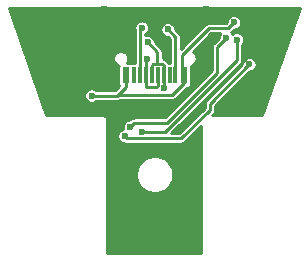
<source format=gbr>
%TF.GenerationSoftware,KiCad,Pcbnew,(5.1.10)-1*%
%TF.CreationDate,2021-08-17T19:49:41-04:00*%
%TF.ProjectId,040 055,30343020-3035-4352-9e6b-696361645f70,rev?*%
%TF.SameCoordinates,Original*%
%TF.FileFunction,Copper,L2,Bot*%
%TF.FilePolarity,Positive*%
%FSLAX46Y46*%
G04 Gerber Fmt 4.6, Leading zero omitted, Abs format (unit mm)*
G04 Created by KiCad (PCBNEW (5.1.10)-1) date 2021-08-17 19:49:41*
%MOMM*%
%LPD*%
G01*
G04 APERTURE LIST*
%TA.AperFunction,SMDPad,CuDef*%
%ADD10R,0.600000X1.450000*%
%TD*%
%TA.AperFunction,SMDPad,CuDef*%
%ADD11R,0.300000X1.450000*%
%TD*%
%TA.AperFunction,ComponentPad*%
%ADD12O,1.000000X2.100000*%
%TD*%
%TA.AperFunction,ComponentPad*%
%ADD13O,1.000000X1.600000*%
%TD*%
%TA.AperFunction,ViaPad*%
%ADD14C,0.600000*%
%TD*%
%TA.AperFunction,Conductor*%
%ADD15C,0.250000*%
%TD*%
%TA.AperFunction,Conductor*%
%ADD16C,0.100000*%
%TD*%
G04 APERTURE END LIST*
D10*
%TO.P,J1,B1*%
%TO.N,GND*%
X141850000Y-71095000D03*
%TO.P,J1,A9*%
%TO.N,/vcc*%
X141050000Y-71095000D03*
%TO.P,J1,B9*%
X136150000Y-71095000D03*
%TO.P,J1,B12*%
%TO.N,GND*%
X135350000Y-71095000D03*
%TO.P,J1,A1*%
X135350000Y-71095000D03*
%TO.P,J1,A4*%
%TO.N,/vcc*%
X136150000Y-71095000D03*
%TO.P,J1,B4*%
X141050000Y-71095000D03*
%TO.P,J1,A12*%
%TO.N,GND*%
X141850000Y-71095000D03*
D11*
%TO.P,J1,B8*%
%TO.N,Net-(J1-PadB8)*%
X136850000Y-71095000D03*
%TO.P,J1,A5*%
%TO.N,Net-(J1-PadA5)*%
X137350000Y-71095000D03*
%TO.P,J1,B7*%
%TO.N,/d-*%
X137850000Y-71095000D03*
%TO.P,J1,A7*%
X138850000Y-71095000D03*
%TO.P,J1,B6*%
%TO.N,/d+*%
X139350000Y-71095000D03*
%TO.P,J1,A8*%
%TO.N,Net-(J1-PadA8)*%
X139850000Y-71095000D03*
%TO.P,J1,B5*%
%TO.N,Net-(J1-PadB5)*%
X140350000Y-71095000D03*
%TO.P,J1,A6*%
%TO.N,/d+*%
X138350000Y-71095000D03*
D12*
%TO.P,J1,S1*%
%TO.N,GND*%
X142920000Y-70180000D03*
X134280000Y-70180000D03*
D13*
X134280000Y-66000000D03*
X142920000Y-66000000D03*
%TD*%
D14*
%TO.N,/vcc*%
X145300000Y-66600000D03*
X133243162Y-72806838D03*
%TO.N,Net-(J1-PadA5)*%
X137500000Y-67050000D03*
%TO.N,/d-*%
X137925000Y-69700000D03*
%TO.N,/d+*%
X139384499Y-72176985D03*
X138000000Y-68287700D03*
%TO.N,Net-(J1-PadB5)*%
X139700000Y-67200000D03*
%TO.N,Net-(D1-Pad1)*%
X144650000Y-67900000D03*
X136512550Y-75437450D03*
%TO.N,Net-(D1-Pad2)*%
X146600001Y-70150000D03*
X136062138Y-76237862D03*
%TO.N,Net-(D1-Pad3)*%
X145550000Y-68050000D03*
X137495399Y-75854601D03*
%TD*%
D15*
%TO.N,/vcc*%
X136150000Y-72070000D02*
X135468015Y-72751985D01*
X136150000Y-71095000D02*
X136150000Y-72070000D01*
X140063017Y-72751985D02*
X135468015Y-72751985D01*
X141050000Y-71765002D02*
X140063017Y-72751985D01*
X141050000Y-71095000D02*
X141050000Y-71765002D01*
X144824990Y-67075010D02*
X145300000Y-66600000D01*
X143176988Y-67075010D02*
X144824990Y-67075010D01*
X140889999Y-69361999D02*
X143176988Y-67075010D01*
X140889999Y-70934999D02*
X140889999Y-69361999D01*
X141050000Y-71095000D02*
X140889999Y-70934999D01*
X135413162Y-72806838D02*
X135468015Y-72751985D01*
X133243162Y-72806838D02*
X135413162Y-72806838D01*
%TO.N,Net-(J1-PadA5)*%
X137350000Y-71095000D02*
X137350000Y-67250000D01*
X137350000Y-67200000D02*
X137500000Y-67050000D01*
X137350000Y-67250000D02*
X137350000Y-67200000D01*
%TO.N,/d-*%
X138850000Y-71965002D02*
X138850000Y-71095000D01*
X138720001Y-72095001D02*
X138850000Y-71965002D01*
X137875001Y-72095001D02*
X138720001Y-72095001D01*
X137850000Y-72070000D02*
X137875001Y-72095001D01*
X137850000Y-71095000D02*
X137850000Y-72070000D01*
X137850000Y-69775000D02*
X137925000Y-69700000D01*
X137850000Y-71095000D02*
X137850000Y-69775000D01*
%TO.N,/d+*%
X139350000Y-70224998D02*
X139350000Y-71095000D01*
X139220001Y-70094999D02*
X139350000Y-70224998D01*
X138350000Y-70224998D02*
X138479999Y-70094999D01*
X138350000Y-71095000D02*
X138350000Y-70224998D01*
X138479999Y-70094999D02*
X138805001Y-70094999D01*
X138805001Y-70094999D02*
X139220001Y-70094999D01*
X139350000Y-71095000D02*
X139350000Y-72250000D01*
X138805001Y-70094999D02*
X138805001Y-69092701D01*
X138805001Y-69092701D02*
X138000000Y-68287700D01*
%TO.N,Net-(J1-PadB5)*%
X140350000Y-67850000D02*
X139700000Y-67200000D01*
X140350000Y-71095000D02*
X140350000Y-67850000D01*
%TO.N,Net-(D1-Pad1)*%
X143900000Y-70846029D02*
X139648649Y-75097380D01*
X143900000Y-68650000D02*
X143900000Y-70846029D01*
X144650000Y-67900000D02*
X143900000Y-68650000D01*
X136852620Y-75097380D02*
X136512550Y-75437450D01*
X139648649Y-75097380D02*
X136852620Y-75097380D01*
%TO.N,Net-(D1-Pad2)*%
X136253878Y-76429602D02*
X136062138Y-76237862D01*
X143275733Y-73999989D02*
X140846120Y-76429602D01*
X140846120Y-76429602D02*
X136253878Y-76429602D01*
X143275733Y-73474268D02*
X143275733Y-73999989D01*
X146600001Y-70150000D02*
X143275733Y-73474268D01*
%TO.N,Net-(D1-Pad3)*%
X145560876Y-69750852D02*
X145560876Y-68060876D01*
X145560876Y-68060876D02*
X145550000Y-68050000D01*
X139457127Y-75854601D02*
X145560876Y-69750852D01*
X137495399Y-75854601D02*
X139457127Y-75854601D01*
%TD*%
%TO.N,GND*%
X147700965Y-74450000D02*
X143462118Y-74450000D01*
X143578305Y-74333813D01*
X143595470Y-74319726D01*
X143609557Y-74302561D01*
X143609561Y-74302557D01*
X143651704Y-74251206D01*
X143693490Y-74173030D01*
X143719222Y-74088204D01*
X143725733Y-74022094D01*
X143725733Y-74022083D01*
X143727909Y-73999989D01*
X143725733Y-73977895D01*
X143725733Y-73660663D01*
X146611397Y-70775000D01*
X146661558Y-70775000D01*
X146782307Y-70750981D01*
X146896049Y-70703868D01*
X146998415Y-70635469D01*
X147085470Y-70548414D01*
X147153869Y-70446048D01*
X147200982Y-70332306D01*
X147225001Y-70211557D01*
X147225001Y-70088443D01*
X147200982Y-69967694D01*
X147153869Y-69853952D01*
X147085470Y-69751586D01*
X146998415Y-69664531D01*
X146896049Y-69596132D01*
X146782307Y-69549019D01*
X146661558Y-69525000D01*
X146538444Y-69525000D01*
X146417695Y-69549019D01*
X146303953Y-69596132D01*
X146201587Y-69664531D01*
X146114532Y-69751586D01*
X146046133Y-69853952D01*
X145999020Y-69967694D01*
X145975001Y-70088443D01*
X145975001Y-70138604D01*
X142973167Y-73140439D01*
X142955996Y-73154531D01*
X142941905Y-73171701D01*
X142899762Y-73223052D01*
X142881703Y-73256838D01*
X142857976Y-73301228D01*
X142832244Y-73386054D01*
X142825733Y-73452164D01*
X142825733Y-73452174D01*
X142823557Y-73474268D01*
X142825733Y-73496363D01*
X142825734Y-73813592D01*
X140659725Y-75979602D01*
X139968521Y-75979602D01*
X145863449Y-70084675D01*
X145880613Y-70070589D01*
X145894700Y-70053424D01*
X145894704Y-70053420D01*
X145936847Y-70002069D01*
X145978633Y-69923893D01*
X145994059Y-69873040D01*
X146004365Y-69839067D01*
X146010876Y-69772957D01*
X146010876Y-69772946D01*
X146013052Y-69750852D01*
X146010876Y-69728758D01*
X146010876Y-68473007D01*
X146035469Y-68448414D01*
X146103868Y-68346048D01*
X146150981Y-68232306D01*
X146175000Y-68111557D01*
X146175000Y-67988443D01*
X146150981Y-67867694D01*
X146103868Y-67753952D01*
X146035469Y-67651586D01*
X145948414Y-67564531D01*
X145846048Y-67496132D01*
X145732306Y-67449019D01*
X145611557Y-67425000D01*
X145488443Y-67425000D01*
X145367694Y-67449019D01*
X145253952Y-67496132D01*
X145169521Y-67552548D01*
X145135469Y-67501586D01*
X145080961Y-67447078D01*
X145144727Y-67394747D01*
X145158818Y-67377577D01*
X145311395Y-67225000D01*
X145361557Y-67225000D01*
X145482306Y-67200981D01*
X145596048Y-67153868D01*
X145698414Y-67085469D01*
X145785469Y-66998414D01*
X145853868Y-66896048D01*
X145900981Y-66782306D01*
X145925000Y-66661557D01*
X145925000Y-66538443D01*
X145900981Y-66417694D01*
X145853868Y-66303952D01*
X145785469Y-66201586D01*
X145698414Y-66114531D01*
X145596048Y-66046132D01*
X145482306Y-65999019D01*
X145361557Y-65975000D01*
X145238443Y-65975000D01*
X145117694Y-65999019D01*
X145003952Y-66046132D01*
X144901586Y-66114531D01*
X144814531Y-66201586D01*
X144746132Y-66303952D01*
X144699019Y-66417694D01*
X144675000Y-66538443D01*
X144675000Y-66588605D01*
X144638595Y-66625010D01*
X143199082Y-66625010D01*
X143176988Y-66622834D01*
X143154893Y-66625010D01*
X143154883Y-66625010D01*
X143088773Y-66631521D01*
X143003947Y-66657253D01*
X142925771Y-66699039D01*
X142874420Y-66741182D01*
X142874416Y-66741186D01*
X142857251Y-66755273D01*
X142843164Y-66772438D01*
X140800000Y-68815603D01*
X140800000Y-67872094D01*
X140802176Y-67850000D01*
X140800000Y-67827906D01*
X140800000Y-67827895D01*
X140793489Y-67761785D01*
X140767757Y-67676959D01*
X140749669Y-67643119D01*
X140725971Y-67598783D01*
X140683828Y-67547432D01*
X140683824Y-67547428D01*
X140669737Y-67530263D01*
X140652572Y-67516176D01*
X140325000Y-67188605D01*
X140325000Y-67138443D01*
X140300981Y-67017694D01*
X140253868Y-66903952D01*
X140185469Y-66801586D01*
X140098414Y-66714531D01*
X139996048Y-66646132D01*
X139882306Y-66599019D01*
X139761557Y-66575000D01*
X139638443Y-66575000D01*
X139517694Y-66599019D01*
X139403952Y-66646132D01*
X139301586Y-66714531D01*
X139214531Y-66801586D01*
X139146132Y-66903952D01*
X139099019Y-67017694D01*
X139075000Y-67138443D01*
X139075000Y-67261557D01*
X139099019Y-67382306D01*
X139146132Y-67496048D01*
X139214531Y-67598414D01*
X139301586Y-67685469D01*
X139403952Y-67753868D01*
X139517694Y-67800981D01*
X139638443Y-67825000D01*
X139688605Y-67825000D01*
X139900001Y-68036397D01*
X139900000Y-70043428D01*
X139763198Y-70043428D01*
X139725971Y-69973782D01*
X139669737Y-69905261D01*
X139652567Y-69891170D01*
X139553830Y-69792433D01*
X139539738Y-69775262D01*
X139471217Y-69719028D01*
X139393042Y-69677242D01*
X139308216Y-69651510D01*
X139255001Y-69646269D01*
X139255001Y-69114792D01*
X139257177Y-69092700D01*
X139255001Y-69070608D01*
X139255001Y-69070596D01*
X139248490Y-69004486D01*
X139222758Y-68919660D01*
X139206199Y-68888681D01*
X139180972Y-68841484D01*
X139138829Y-68790133D01*
X139138825Y-68790129D01*
X139124738Y-68772964D01*
X139107573Y-68758877D01*
X138625000Y-68276305D01*
X138625000Y-68226143D01*
X138600981Y-68105394D01*
X138553868Y-67991652D01*
X138485469Y-67889286D01*
X138398414Y-67802231D01*
X138296048Y-67733832D01*
X138182306Y-67686719D01*
X138061557Y-67662700D01*
X137938443Y-67662700D01*
X137817694Y-67686719D01*
X137800000Y-67694048D01*
X137800000Y-67601227D01*
X137898414Y-67535469D01*
X137985469Y-67448414D01*
X138053868Y-67346048D01*
X138100981Y-67232306D01*
X138125000Y-67111557D01*
X138125000Y-66988443D01*
X138100981Y-66867694D01*
X138053868Y-66753952D01*
X137985469Y-66651586D01*
X137898414Y-66564531D01*
X137796048Y-66496132D01*
X137682306Y-66449019D01*
X137561557Y-66425000D01*
X137438443Y-66425000D01*
X137317694Y-66449019D01*
X137203952Y-66496132D01*
X137101586Y-66564531D01*
X137014531Y-66651586D01*
X136946132Y-66753952D01*
X136899019Y-66867694D01*
X136875000Y-66988443D01*
X136875000Y-67111557D01*
X136899019Y-67232306D01*
X136900000Y-67234674D01*
X136900000Y-67272104D01*
X136900001Y-67272114D01*
X136900000Y-70043428D01*
X136700000Y-70043428D01*
X136636289Y-70049703D01*
X136575026Y-70068287D01*
X136575000Y-70068301D01*
X136574974Y-70068287D01*
X136513711Y-70049703D01*
X136450000Y-70043428D01*
X136228868Y-70043428D01*
X136286022Y-69957890D01*
X136335021Y-69839598D01*
X136360000Y-69714019D01*
X136360000Y-69585981D01*
X136335021Y-69460402D01*
X136286022Y-69342110D01*
X136214888Y-69235649D01*
X136124351Y-69145112D01*
X136017890Y-69073978D01*
X135899598Y-69024979D01*
X135774019Y-69000000D01*
X135645981Y-69000000D01*
X135520402Y-69024979D01*
X135402110Y-69073978D01*
X135295649Y-69145112D01*
X135205112Y-69235649D01*
X135133978Y-69342110D01*
X135084979Y-69460402D01*
X135060000Y-69585981D01*
X135060000Y-69714019D01*
X135084979Y-69839598D01*
X135133978Y-69957890D01*
X135205112Y-70064351D01*
X135295649Y-70154888D01*
X135402110Y-70226022D01*
X135520402Y-70275021D01*
X135538119Y-70278545D01*
X135529703Y-70306289D01*
X135523428Y-70370000D01*
X135523428Y-71820000D01*
X135529703Y-71883711D01*
X135548287Y-71944974D01*
X135578465Y-72001434D01*
X135580135Y-72003469D01*
X135226767Y-72356838D01*
X133677045Y-72356838D01*
X133641576Y-72321369D01*
X133539210Y-72252970D01*
X133425468Y-72205857D01*
X133304719Y-72181838D01*
X133181605Y-72181838D01*
X133060856Y-72205857D01*
X132947114Y-72252970D01*
X132844748Y-72321369D01*
X132757693Y-72408424D01*
X132689294Y-72510790D01*
X132642181Y-72624532D01*
X132618162Y-72745281D01*
X132618162Y-72868395D01*
X132642181Y-72989144D01*
X132689294Y-73102886D01*
X132757693Y-73205252D01*
X132844748Y-73292307D01*
X132947114Y-73360706D01*
X133060856Y-73407819D01*
X133181605Y-73431838D01*
X133304719Y-73431838D01*
X133425468Y-73407819D01*
X133539210Y-73360706D01*
X133641576Y-73292307D01*
X133677045Y-73256838D01*
X135391068Y-73256838D01*
X135413162Y-73259014D01*
X135435256Y-73256838D01*
X135435267Y-73256838D01*
X135501377Y-73250327D01*
X135586203Y-73224595D01*
X135628503Y-73201985D01*
X140040923Y-73201985D01*
X140063017Y-73204161D01*
X140085111Y-73201985D01*
X140085122Y-73201985D01*
X140151232Y-73195474D01*
X140236058Y-73169742D01*
X140314233Y-73127956D01*
X140382754Y-73071722D01*
X140396846Y-73054551D01*
X141304826Y-72146572D01*
X141350000Y-72146572D01*
X141413711Y-72140297D01*
X141474974Y-72121713D01*
X141531434Y-72091535D01*
X141580921Y-72050921D01*
X141621535Y-72001434D01*
X141651713Y-71944974D01*
X141670297Y-71883711D01*
X141676572Y-71820000D01*
X141676572Y-70370000D01*
X141670297Y-70306289D01*
X141661881Y-70278545D01*
X141679598Y-70275021D01*
X141797890Y-70226022D01*
X141904351Y-70154888D01*
X141994888Y-70064351D01*
X142066022Y-69957890D01*
X142115021Y-69839598D01*
X142140000Y-69714019D01*
X142140000Y-69585981D01*
X142115021Y-69460402D01*
X142066022Y-69342110D01*
X141994888Y-69235649D01*
X141904351Y-69145112D01*
X141807796Y-69080597D01*
X143363384Y-67525010D01*
X144148880Y-67525010D01*
X144096132Y-67603952D01*
X144049019Y-67717694D01*
X144025000Y-67838443D01*
X144025000Y-67888604D01*
X143597433Y-68316172D01*
X143580263Y-68330263D01*
X143566172Y-68347433D01*
X143524029Y-68398784D01*
X143503684Y-68436847D01*
X143482243Y-68476960D01*
X143456511Y-68561786D01*
X143450000Y-68627896D01*
X143450000Y-68627906D01*
X143447824Y-68650000D01*
X143450000Y-68672095D01*
X143450001Y-70659632D01*
X139462254Y-74647380D01*
X136874714Y-74647380D01*
X136852620Y-74645204D01*
X136830526Y-74647380D01*
X136830515Y-74647380D01*
X136764405Y-74653891D01*
X136679579Y-74679623D01*
X136601403Y-74721409D01*
X136550052Y-74763552D01*
X136550048Y-74763556D01*
X136532883Y-74777643D01*
X136518796Y-74794809D01*
X136501154Y-74812450D01*
X136450993Y-74812450D01*
X136330244Y-74836469D01*
X136216502Y-74883582D01*
X136114136Y-74951981D01*
X136027081Y-75039036D01*
X135958682Y-75141402D01*
X135911569Y-75255144D01*
X135887550Y-75375893D01*
X135887550Y-75499007D01*
X135911569Y-75619756D01*
X135915707Y-75629745D01*
X135879832Y-75636881D01*
X135766090Y-75683994D01*
X135663724Y-75752393D01*
X135576669Y-75839448D01*
X135508270Y-75941814D01*
X135461157Y-76055556D01*
X135437138Y-76176305D01*
X135437138Y-76299419D01*
X135461157Y-76420168D01*
X135508270Y-76533910D01*
X135576669Y-76636276D01*
X135663724Y-76723331D01*
X135766090Y-76791730D01*
X135879832Y-76838843D01*
X136000581Y-76862862D01*
X136123695Y-76862862D01*
X136128676Y-76861871D01*
X136165663Y-76873091D01*
X136231773Y-76879602D01*
X136231785Y-76879602D01*
X136253877Y-76881778D01*
X136275969Y-76879602D01*
X140824026Y-76879602D01*
X140846120Y-76881778D01*
X140868214Y-76879602D01*
X140868225Y-76879602D01*
X140934335Y-76873091D01*
X141019161Y-76847359D01*
X141097336Y-76805573D01*
X141165857Y-76749339D01*
X141179949Y-76732168D01*
X142550001Y-75362117D01*
X142550000Y-86150000D01*
X134550000Y-86150000D01*
X134550000Y-79346113D01*
X137037560Y-79346113D01*
X137037560Y-79653887D01*
X137097604Y-79955747D01*
X137215384Y-80240093D01*
X137386374Y-80495997D01*
X137604003Y-80713626D01*
X137859907Y-80884616D01*
X138144253Y-81002396D01*
X138446113Y-81062440D01*
X138753887Y-81062440D01*
X139055747Y-81002396D01*
X139340093Y-80884616D01*
X139595997Y-80713626D01*
X139813626Y-80495997D01*
X139984616Y-80240093D01*
X140102396Y-79955747D01*
X140162440Y-79653887D01*
X140162440Y-79346113D01*
X140102396Y-79044253D01*
X139984616Y-78759907D01*
X139813626Y-78504003D01*
X139595997Y-78286374D01*
X139340093Y-78115384D01*
X139055747Y-77997604D01*
X138753887Y-77937560D01*
X138446113Y-77937560D01*
X138144253Y-77997604D01*
X137859907Y-78115384D01*
X137604003Y-78286374D01*
X137386374Y-78504003D01*
X137215384Y-78759907D01*
X137097604Y-79044253D01*
X137037560Y-79346113D01*
X134550000Y-79346113D01*
X134550000Y-74817190D01*
X134551693Y-74800001D01*
X134544935Y-74731389D01*
X134524922Y-74665414D01*
X134492422Y-74604611D01*
X134448685Y-74551316D01*
X134395390Y-74507579D01*
X134334587Y-74475079D01*
X134268612Y-74455066D01*
X134217189Y-74450001D01*
X134217188Y-74450001D01*
X134200000Y-74448308D01*
X134182811Y-74450001D01*
X129399036Y-74450001D01*
X126241893Y-65350000D01*
X150858106Y-65349998D01*
X147700965Y-74450000D01*
%TA.AperFunction,Conductor*%
D16*
G36*
X147700965Y-74450000D02*
G01*
X143462118Y-74450000D01*
X143578305Y-74333813D01*
X143595470Y-74319726D01*
X143609557Y-74302561D01*
X143609561Y-74302557D01*
X143651704Y-74251206D01*
X143693490Y-74173030D01*
X143719222Y-74088204D01*
X143725733Y-74022094D01*
X143725733Y-74022083D01*
X143727909Y-73999989D01*
X143725733Y-73977895D01*
X143725733Y-73660663D01*
X146611397Y-70775000D01*
X146661558Y-70775000D01*
X146782307Y-70750981D01*
X146896049Y-70703868D01*
X146998415Y-70635469D01*
X147085470Y-70548414D01*
X147153869Y-70446048D01*
X147200982Y-70332306D01*
X147225001Y-70211557D01*
X147225001Y-70088443D01*
X147200982Y-69967694D01*
X147153869Y-69853952D01*
X147085470Y-69751586D01*
X146998415Y-69664531D01*
X146896049Y-69596132D01*
X146782307Y-69549019D01*
X146661558Y-69525000D01*
X146538444Y-69525000D01*
X146417695Y-69549019D01*
X146303953Y-69596132D01*
X146201587Y-69664531D01*
X146114532Y-69751586D01*
X146046133Y-69853952D01*
X145999020Y-69967694D01*
X145975001Y-70088443D01*
X145975001Y-70138604D01*
X142973167Y-73140439D01*
X142955996Y-73154531D01*
X142941905Y-73171701D01*
X142899762Y-73223052D01*
X142881703Y-73256838D01*
X142857976Y-73301228D01*
X142832244Y-73386054D01*
X142825733Y-73452164D01*
X142825733Y-73452174D01*
X142823557Y-73474268D01*
X142825733Y-73496363D01*
X142825734Y-73813592D01*
X140659725Y-75979602D01*
X139968521Y-75979602D01*
X145863449Y-70084675D01*
X145880613Y-70070589D01*
X145894700Y-70053424D01*
X145894704Y-70053420D01*
X145936847Y-70002069D01*
X145978633Y-69923893D01*
X145994059Y-69873040D01*
X146004365Y-69839067D01*
X146010876Y-69772957D01*
X146010876Y-69772946D01*
X146013052Y-69750852D01*
X146010876Y-69728758D01*
X146010876Y-68473007D01*
X146035469Y-68448414D01*
X146103868Y-68346048D01*
X146150981Y-68232306D01*
X146175000Y-68111557D01*
X146175000Y-67988443D01*
X146150981Y-67867694D01*
X146103868Y-67753952D01*
X146035469Y-67651586D01*
X145948414Y-67564531D01*
X145846048Y-67496132D01*
X145732306Y-67449019D01*
X145611557Y-67425000D01*
X145488443Y-67425000D01*
X145367694Y-67449019D01*
X145253952Y-67496132D01*
X145169521Y-67552548D01*
X145135469Y-67501586D01*
X145080961Y-67447078D01*
X145144727Y-67394747D01*
X145158818Y-67377577D01*
X145311395Y-67225000D01*
X145361557Y-67225000D01*
X145482306Y-67200981D01*
X145596048Y-67153868D01*
X145698414Y-67085469D01*
X145785469Y-66998414D01*
X145853868Y-66896048D01*
X145900981Y-66782306D01*
X145925000Y-66661557D01*
X145925000Y-66538443D01*
X145900981Y-66417694D01*
X145853868Y-66303952D01*
X145785469Y-66201586D01*
X145698414Y-66114531D01*
X145596048Y-66046132D01*
X145482306Y-65999019D01*
X145361557Y-65975000D01*
X145238443Y-65975000D01*
X145117694Y-65999019D01*
X145003952Y-66046132D01*
X144901586Y-66114531D01*
X144814531Y-66201586D01*
X144746132Y-66303952D01*
X144699019Y-66417694D01*
X144675000Y-66538443D01*
X144675000Y-66588605D01*
X144638595Y-66625010D01*
X143199082Y-66625010D01*
X143176988Y-66622834D01*
X143154893Y-66625010D01*
X143154883Y-66625010D01*
X143088773Y-66631521D01*
X143003947Y-66657253D01*
X142925771Y-66699039D01*
X142874420Y-66741182D01*
X142874416Y-66741186D01*
X142857251Y-66755273D01*
X142843164Y-66772438D01*
X140800000Y-68815603D01*
X140800000Y-67872094D01*
X140802176Y-67850000D01*
X140800000Y-67827906D01*
X140800000Y-67827895D01*
X140793489Y-67761785D01*
X140767757Y-67676959D01*
X140749669Y-67643119D01*
X140725971Y-67598783D01*
X140683828Y-67547432D01*
X140683824Y-67547428D01*
X140669737Y-67530263D01*
X140652572Y-67516176D01*
X140325000Y-67188605D01*
X140325000Y-67138443D01*
X140300981Y-67017694D01*
X140253868Y-66903952D01*
X140185469Y-66801586D01*
X140098414Y-66714531D01*
X139996048Y-66646132D01*
X139882306Y-66599019D01*
X139761557Y-66575000D01*
X139638443Y-66575000D01*
X139517694Y-66599019D01*
X139403952Y-66646132D01*
X139301586Y-66714531D01*
X139214531Y-66801586D01*
X139146132Y-66903952D01*
X139099019Y-67017694D01*
X139075000Y-67138443D01*
X139075000Y-67261557D01*
X139099019Y-67382306D01*
X139146132Y-67496048D01*
X139214531Y-67598414D01*
X139301586Y-67685469D01*
X139403952Y-67753868D01*
X139517694Y-67800981D01*
X139638443Y-67825000D01*
X139688605Y-67825000D01*
X139900001Y-68036397D01*
X139900000Y-70043428D01*
X139763198Y-70043428D01*
X139725971Y-69973782D01*
X139669737Y-69905261D01*
X139652567Y-69891170D01*
X139553830Y-69792433D01*
X139539738Y-69775262D01*
X139471217Y-69719028D01*
X139393042Y-69677242D01*
X139308216Y-69651510D01*
X139255001Y-69646269D01*
X139255001Y-69114792D01*
X139257177Y-69092700D01*
X139255001Y-69070608D01*
X139255001Y-69070596D01*
X139248490Y-69004486D01*
X139222758Y-68919660D01*
X139206199Y-68888681D01*
X139180972Y-68841484D01*
X139138829Y-68790133D01*
X139138825Y-68790129D01*
X139124738Y-68772964D01*
X139107573Y-68758877D01*
X138625000Y-68276305D01*
X138625000Y-68226143D01*
X138600981Y-68105394D01*
X138553868Y-67991652D01*
X138485469Y-67889286D01*
X138398414Y-67802231D01*
X138296048Y-67733832D01*
X138182306Y-67686719D01*
X138061557Y-67662700D01*
X137938443Y-67662700D01*
X137817694Y-67686719D01*
X137800000Y-67694048D01*
X137800000Y-67601227D01*
X137898414Y-67535469D01*
X137985469Y-67448414D01*
X138053868Y-67346048D01*
X138100981Y-67232306D01*
X138125000Y-67111557D01*
X138125000Y-66988443D01*
X138100981Y-66867694D01*
X138053868Y-66753952D01*
X137985469Y-66651586D01*
X137898414Y-66564531D01*
X137796048Y-66496132D01*
X137682306Y-66449019D01*
X137561557Y-66425000D01*
X137438443Y-66425000D01*
X137317694Y-66449019D01*
X137203952Y-66496132D01*
X137101586Y-66564531D01*
X137014531Y-66651586D01*
X136946132Y-66753952D01*
X136899019Y-66867694D01*
X136875000Y-66988443D01*
X136875000Y-67111557D01*
X136899019Y-67232306D01*
X136900000Y-67234674D01*
X136900000Y-67272104D01*
X136900001Y-67272114D01*
X136900000Y-70043428D01*
X136700000Y-70043428D01*
X136636289Y-70049703D01*
X136575026Y-70068287D01*
X136575000Y-70068301D01*
X136574974Y-70068287D01*
X136513711Y-70049703D01*
X136450000Y-70043428D01*
X136228868Y-70043428D01*
X136286022Y-69957890D01*
X136335021Y-69839598D01*
X136360000Y-69714019D01*
X136360000Y-69585981D01*
X136335021Y-69460402D01*
X136286022Y-69342110D01*
X136214888Y-69235649D01*
X136124351Y-69145112D01*
X136017890Y-69073978D01*
X135899598Y-69024979D01*
X135774019Y-69000000D01*
X135645981Y-69000000D01*
X135520402Y-69024979D01*
X135402110Y-69073978D01*
X135295649Y-69145112D01*
X135205112Y-69235649D01*
X135133978Y-69342110D01*
X135084979Y-69460402D01*
X135060000Y-69585981D01*
X135060000Y-69714019D01*
X135084979Y-69839598D01*
X135133978Y-69957890D01*
X135205112Y-70064351D01*
X135295649Y-70154888D01*
X135402110Y-70226022D01*
X135520402Y-70275021D01*
X135538119Y-70278545D01*
X135529703Y-70306289D01*
X135523428Y-70370000D01*
X135523428Y-71820000D01*
X135529703Y-71883711D01*
X135548287Y-71944974D01*
X135578465Y-72001434D01*
X135580135Y-72003469D01*
X135226767Y-72356838D01*
X133677045Y-72356838D01*
X133641576Y-72321369D01*
X133539210Y-72252970D01*
X133425468Y-72205857D01*
X133304719Y-72181838D01*
X133181605Y-72181838D01*
X133060856Y-72205857D01*
X132947114Y-72252970D01*
X132844748Y-72321369D01*
X132757693Y-72408424D01*
X132689294Y-72510790D01*
X132642181Y-72624532D01*
X132618162Y-72745281D01*
X132618162Y-72868395D01*
X132642181Y-72989144D01*
X132689294Y-73102886D01*
X132757693Y-73205252D01*
X132844748Y-73292307D01*
X132947114Y-73360706D01*
X133060856Y-73407819D01*
X133181605Y-73431838D01*
X133304719Y-73431838D01*
X133425468Y-73407819D01*
X133539210Y-73360706D01*
X133641576Y-73292307D01*
X133677045Y-73256838D01*
X135391068Y-73256838D01*
X135413162Y-73259014D01*
X135435256Y-73256838D01*
X135435267Y-73256838D01*
X135501377Y-73250327D01*
X135586203Y-73224595D01*
X135628503Y-73201985D01*
X140040923Y-73201985D01*
X140063017Y-73204161D01*
X140085111Y-73201985D01*
X140085122Y-73201985D01*
X140151232Y-73195474D01*
X140236058Y-73169742D01*
X140314233Y-73127956D01*
X140382754Y-73071722D01*
X140396846Y-73054551D01*
X141304826Y-72146572D01*
X141350000Y-72146572D01*
X141413711Y-72140297D01*
X141474974Y-72121713D01*
X141531434Y-72091535D01*
X141580921Y-72050921D01*
X141621535Y-72001434D01*
X141651713Y-71944974D01*
X141670297Y-71883711D01*
X141676572Y-71820000D01*
X141676572Y-70370000D01*
X141670297Y-70306289D01*
X141661881Y-70278545D01*
X141679598Y-70275021D01*
X141797890Y-70226022D01*
X141904351Y-70154888D01*
X141994888Y-70064351D01*
X142066022Y-69957890D01*
X142115021Y-69839598D01*
X142140000Y-69714019D01*
X142140000Y-69585981D01*
X142115021Y-69460402D01*
X142066022Y-69342110D01*
X141994888Y-69235649D01*
X141904351Y-69145112D01*
X141807796Y-69080597D01*
X143363384Y-67525010D01*
X144148880Y-67525010D01*
X144096132Y-67603952D01*
X144049019Y-67717694D01*
X144025000Y-67838443D01*
X144025000Y-67888604D01*
X143597433Y-68316172D01*
X143580263Y-68330263D01*
X143566172Y-68347433D01*
X143524029Y-68398784D01*
X143503684Y-68436847D01*
X143482243Y-68476960D01*
X143456511Y-68561786D01*
X143450000Y-68627896D01*
X143450000Y-68627906D01*
X143447824Y-68650000D01*
X143450000Y-68672095D01*
X143450001Y-70659632D01*
X139462254Y-74647380D01*
X136874714Y-74647380D01*
X136852620Y-74645204D01*
X136830526Y-74647380D01*
X136830515Y-74647380D01*
X136764405Y-74653891D01*
X136679579Y-74679623D01*
X136601403Y-74721409D01*
X136550052Y-74763552D01*
X136550048Y-74763556D01*
X136532883Y-74777643D01*
X136518796Y-74794809D01*
X136501154Y-74812450D01*
X136450993Y-74812450D01*
X136330244Y-74836469D01*
X136216502Y-74883582D01*
X136114136Y-74951981D01*
X136027081Y-75039036D01*
X135958682Y-75141402D01*
X135911569Y-75255144D01*
X135887550Y-75375893D01*
X135887550Y-75499007D01*
X135911569Y-75619756D01*
X135915707Y-75629745D01*
X135879832Y-75636881D01*
X135766090Y-75683994D01*
X135663724Y-75752393D01*
X135576669Y-75839448D01*
X135508270Y-75941814D01*
X135461157Y-76055556D01*
X135437138Y-76176305D01*
X135437138Y-76299419D01*
X135461157Y-76420168D01*
X135508270Y-76533910D01*
X135576669Y-76636276D01*
X135663724Y-76723331D01*
X135766090Y-76791730D01*
X135879832Y-76838843D01*
X136000581Y-76862862D01*
X136123695Y-76862862D01*
X136128676Y-76861871D01*
X136165663Y-76873091D01*
X136231773Y-76879602D01*
X136231785Y-76879602D01*
X136253877Y-76881778D01*
X136275969Y-76879602D01*
X140824026Y-76879602D01*
X140846120Y-76881778D01*
X140868214Y-76879602D01*
X140868225Y-76879602D01*
X140934335Y-76873091D01*
X141019161Y-76847359D01*
X141097336Y-76805573D01*
X141165857Y-76749339D01*
X141179949Y-76732168D01*
X142550001Y-75362117D01*
X142550000Y-86150000D01*
X134550000Y-86150000D01*
X134550000Y-79346113D01*
X137037560Y-79346113D01*
X137037560Y-79653887D01*
X137097604Y-79955747D01*
X137215384Y-80240093D01*
X137386374Y-80495997D01*
X137604003Y-80713626D01*
X137859907Y-80884616D01*
X138144253Y-81002396D01*
X138446113Y-81062440D01*
X138753887Y-81062440D01*
X139055747Y-81002396D01*
X139340093Y-80884616D01*
X139595997Y-80713626D01*
X139813626Y-80495997D01*
X139984616Y-80240093D01*
X140102396Y-79955747D01*
X140162440Y-79653887D01*
X140162440Y-79346113D01*
X140102396Y-79044253D01*
X139984616Y-78759907D01*
X139813626Y-78504003D01*
X139595997Y-78286374D01*
X139340093Y-78115384D01*
X139055747Y-77997604D01*
X138753887Y-77937560D01*
X138446113Y-77937560D01*
X138144253Y-77997604D01*
X137859907Y-78115384D01*
X137604003Y-78286374D01*
X137386374Y-78504003D01*
X137215384Y-78759907D01*
X137097604Y-79044253D01*
X137037560Y-79346113D01*
X134550000Y-79346113D01*
X134550000Y-74817190D01*
X134551693Y-74800001D01*
X134544935Y-74731389D01*
X134524922Y-74665414D01*
X134492422Y-74604611D01*
X134448685Y-74551316D01*
X134395390Y-74507579D01*
X134334587Y-74475079D01*
X134268612Y-74455066D01*
X134217189Y-74450001D01*
X134217188Y-74450001D01*
X134200000Y-74448308D01*
X134182811Y-74450001D01*
X129399036Y-74450001D01*
X126241893Y-65350000D01*
X150858106Y-65349998D01*
X147700965Y-74450000D01*
G37*
%TD.AperFunction*%
%TD*%
M02*

</source>
